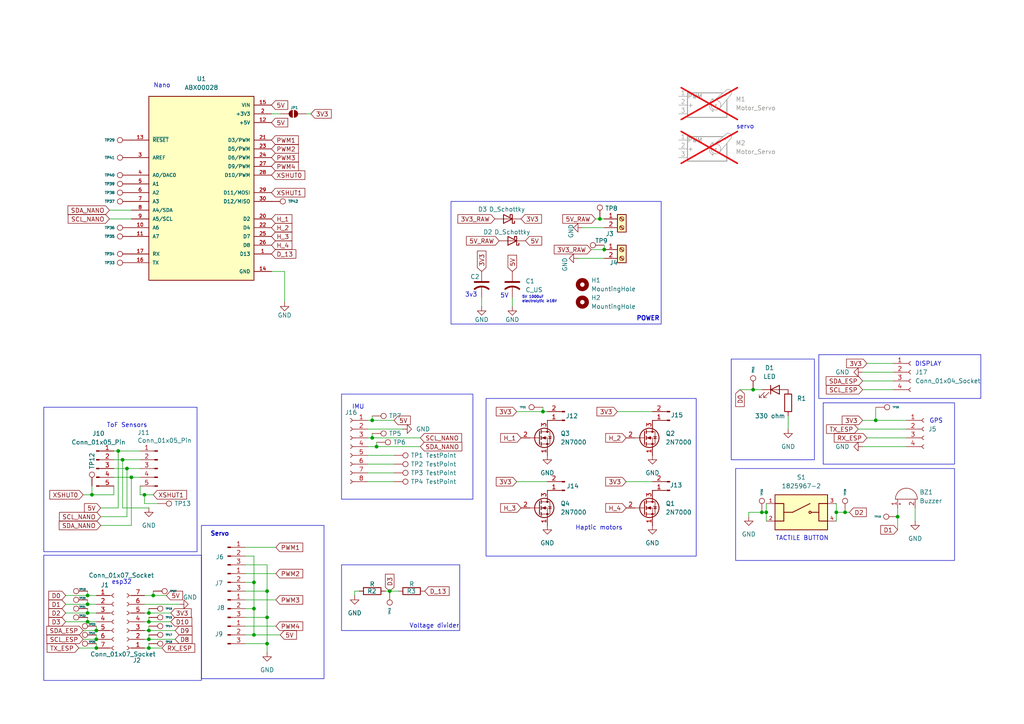
<source format=kicad_sch>
(kicad_sch (version 20250114) (generator "eeschema") (generator_version "9.0")
  (paper "A4")
  (rectangle (start 213.36 135.89) (end 276.86 162.56))
  (rectangle (start 12.7 161.036) (end 58.42 197.358))
  (rectangle (start 237.49 102.87) (end 284.48 115.57))
  (rectangle (start 130.81 58.42) (end 191.77 93.98))
  (rectangle (start 140.97 115.57) (end 201.93 161.29))
  (rectangle (start 212.09 104.14) (end 236.22 133.35))
  (rectangle (start 12.7 118.11) (end 57.15 160.02))
  (rectangle (start 99.06 163.83) (end 133.35 182.88))
  (rectangle (start 238.76 116.84) (end 276.86 134.62))
  (rectangle (start 99.06 114.3) (end 137.16 144.78))
  (rectangle (start 58.42 152.4) (end 93.98 196.85))
  (text "ToF Sensors" (at 36.83 123.444 0) (effects (font (size 1.27 1.27))))
  (text "GPS" (at 271.526 122.174 0) (effects (font (size 1.27 1.27))))
  (text "DISPLAY" (at 269.24 105.664 0) (effects (font (size 1.27 1.27))))
  (text "POWER" (at 187.96 92.456 0) (effects (font (size 1.27 1.27) (thickness 0.254) (bold yes))))
  (text "TACTILE BUTTON" (at 232.664 156.21 0) (effects (font (size 1.27 1.27))))
  (text "Nano" (at 46.99 24.892 0) (effects (font (size 1.27 1.27))))
  (text "Haptic motors" (at 173.736 153.162 0) (effects (font (size 1.27 1.27))))
  (text "esp32" (at 35.306 168.91 0) (effects (font (size 1.27 1.27))))
  (text "5V" (at 146.304 85.852 0) (effects (font (size 1.27 1.27))))
  (text "Servo" (at 63.754 154.94 0) (effects (font (size 1.27 1.27) (thickness 0.254) (bold yes))))
  (text "servo" (at 216.154 36.83 0) (effects (font (size 1.27 1.27))))
  (text "5V 1000uF \nelectrolytic ≥16V" (at 151.384 86.868 0) (effects (font (size 0.762 0.762)) (justify left)))
  (text "3v3" (at 136.652 85.598 0) (effects (font (size 1.27 1.27))))
  (text "Voltage divider" (at 125.984 181.61 0) (effects (font (size 1.27 1.27))))
  (text "IMU" (at 103.886 118.11 0) (effects (font (size 1.27 1.27))))
  (junction (at 218.44 113.03))
  (junction (at 41.91 143.51))
  (junction (at 107.95 121.92))
  (junction (at 260.35 149.86))
  (junction (at 242.57 148.59))
  (junction (at 43.18 182.88))
  (junction (at 73.66 168.91))
  (junction (at 175.26 72.39))
  (junction (at 26.67 143.51))
  (junction (at 27.94 185.42))
  (junction (at 25.4 180.34))
  (junction (at 245.11 148.59))
  (junction (at 254 121.92))
  (junction (at 25.4 177.8))
  (junction (at 43.18 180.34))
  (junction (at 27.94 187.96))
  (junction (at 73.66 184.15))
  (junction (at 77.47 186.69))
  (junction (at 36.83 135.89))
  (junction (at 27.94 182.88))
  (junction (at 44.45 172.72))
  (junction (at 43.18 185.42))
  (junction (at 35.56 133.35))
  (junction (at 25.4 175.26))
  (junction (at 157.48 119.38))
  (junction (at 220.98 148.59))
  (junction (at 107.95 127))
  (junction (at 38.1 138.43))
  (junction (at 43.18 177.8))
  (junction (at 34.29 130.81))
  (junction (at 173.99 63.5))
  (junction (at 43.18 187.96))
  (junction (at 109.22 129.54))
  (junction (at 222.25 148.59))
  (junction (at 77.47 171.45))
  (junction (at 73.66 176.53))
  (junction (at 77.47 179.07))
  (junction (at 113.03 171.45))
  (junction (at 25.4 172.72))
  (wire (pts (xy 41.91 143.51) (xy 40.64 143.51)))
  (wire (pts (xy 218.44 113.03) (xy 220.98 113.03)))
  (wire (pts (xy 217.17 148.59) (xy 220.98 148.59)))
  (wire (pts (xy 107.95 125.73) (xy 107.95 127)))
  (wire (pts (xy 107.95 127) (xy 106.68 127)))
  (wire (pts (xy 43.18 182.88) (xy 41.91 182.88)))
  (wire (pts (xy 44.45 143.51) (xy 41.91 143.51)))
  (wire (pts (xy 29.21 149.86) (xy 36.83 149.86)))
  (wire (pts (xy 71.12 173.99) (xy 80.01 173.99)))
  (wire (pts (xy 49.53 177.8) (xy 43.18 177.8)))
  (wire (pts (xy 36.83 135.89) (xy 40.64 135.89)))
  (wire (pts (xy 242.57 146.05) (xy 242.57 148.59)))
  (wire (pts (xy 106.68 134.62) (xy 114.3 134.62)))
  (wire (pts (xy 71.12 166.37) (xy 80.01 166.37)))
  (wire (pts (xy 73.66 168.91) (xy 71.12 168.91)))
  (wire (pts (xy 106.68 132.08) (xy 114.3 132.08)))
  (wire (pts (xy 29.21 152.4) (xy 38.1 152.4)))
  (wire (pts (xy 78.74 78.74) (xy 82.55 78.74)))
  (wire (pts (xy 114.3 121.92) (xy 107.95 121.92)))
  (wire (pts (xy 175.26 71.12) (xy 175.26 72.39)))
  (wire (pts (xy 250.19 129.54) (xy 262.89 129.54)))
  (wire (pts (xy 175.26 63.5) (xy 173.99 63.5)))
  (wire (pts (xy 222.25 148.59) (xy 222.25 151.13)))
  (wire (pts (xy 111.76 171.45) (xy 113.03 171.45)))
  (wire (pts (xy 73.66 184.15) (xy 81.28 184.15)))
  (wire (pts (xy 81.28 33.02) (xy 78.74 33.02)))
  (wire (pts (xy 222.25 146.05) (xy 222.25 148.59)))
  (wire (pts (xy 265.43 147.32) (xy 265.43 151.13)))
  (wire (pts (xy 175.26 66.04) (xy 168.91 66.04)))
  (wire (pts (xy 248.92 124.46) (xy 262.89 124.46)))
  (wire (pts (xy 73.66 161.29) (xy 73.66 168.91)))
  (wire (pts (xy 121.92 129.54) (xy 109.22 129.54)))
  (wire (pts (xy 217.17 148.59) (xy 217.17 149.86)))
  (wire (pts (xy 44.45 171.45) (xy 44.45 172.72)))
  (wire (pts (xy 25.4 177.8) (xy 27.94 177.8)))
  (wire (pts (xy 220.98 148.59) (xy 222.25 148.59)))
  (wire (pts (xy 19.05 177.8) (xy 25.4 177.8)))
  (wire (pts (xy 157.48 119.38) (xy 158.75 119.38)))
  (wire (pts (xy 26.67 140.97) (xy 26.67 143.51)))
  (wire (pts (xy 71.12 158.75) (xy 80.01 158.75)))
  (wire (pts (xy 31.75 63.5) (xy 38.1 63.5)))
  (wire (pts (xy 43.18 177.8) (xy 41.91 177.8)))
  (wire (pts (xy 260.35 149.86) (xy 260.35 153.67)))
  (wire (pts (xy 73.66 168.91) (xy 73.66 176.53)))
  (wire (pts (xy 44.45 172.72) (xy 41.91 172.72)))
  (wire (pts (xy 77.47 186.69) (xy 77.47 179.07)))
  (wire (pts (xy 260.35 147.32) (xy 260.35 149.86)))
  (wire (pts (xy 82.55 78.74) (xy 82.55 87.63)))
  (wire (pts (xy 43.18 179.07) (xy 43.18 180.34)))
  (wire (pts (xy 254 121.92) (xy 250.19 121.92)))
  (wire (pts (xy 19.05 175.26) (xy 25.4 175.26)))
  (wire (pts (xy 43.18 181.61) (xy 43.18 182.88)))
  (wire (pts (xy 45.72 146.05) (xy 41.91 146.05)))
  (wire (pts (xy 250.19 110.49) (xy 259.08 110.49)))
  (wire (pts (xy 242.57 148.59) (xy 242.57 151.13)))
  (wire (pts (xy 48.26 172.72) (xy 44.45 172.72)))
  (wire (pts (xy 29.21 147.32) (xy 34.29 147.32)))
  (wire (pts (xy 71.12 176.53) (xy 73.66 176.53)))
  (wire (pts (xy 251.46 105.41) (xy 259.08 105.41)))
  (wire (pts (xy 71.12 181.61) (xy 80.01 181.61)))
  (wire (pts (xy 35.56 133.35) (xy 40.64 133.35)))
  (wire (pts (xy 214.63 113.03) (xy 218.44 113.03)))
  (wire (pts (xy 25.4 175.26) (xy 27.94 175.26)))
  (wire (pts (xy 121.92 127) (xy 107.95 127)))
  (wire (pts (xy 116.84 124.46) (xy 106.68 124.46)))
  (wire (pts (xy 25.4 180.34) (xy 27.94 180.34)))
  (wire (pts (xy 77.47 163.83) (xy 77.47 171.45)))
  (wire (pts (xy 25.4 173.99) (xy 25.4 175.26)))
  (wire (pts (xy 149.86 119.38) (xy 157.48 119.38)))
  (wire (pts (xy 33.02 135.89) (xy 36.83 135.89)))
  (wire (pts (xy 31.75 60.96) (xy 38.1 60.96)))
  (wire (pts (xy 33.02 133.35) (xy 35.56 133.35)))
  (wire (pts (xy 34.29 130.81) (xy 40.64 130.81)))
  (wire (pts (xy 109.22 129.54) (xy 106.68 129.54)))
  (wire (pts (xy 33.02 130.81) (xy 34.29 130.81)))
  (wire (pts (xy 49.53 180.34) (xy 43.18 180.34)))
  (wire (pts (xy 24.13 143.51) (xy 26.67 143.51)))
  (wire (pts (xy 106.68 139.7) (xy 114.3 139.7)))
  (wire (pts (xy 36.83 135.89) (xy 36.83 149.86)))
  (wire (pts (xy 71.12 186.69) (xy 77.47 186.69)))
  (wire (pts (xy 43.18 184.15) (xy 43.18 185.42)))
  (wire (pts (xy 43.18 180.34) (xy 41.91 180.34)))
  (wire (pts (xy 25.4 171.45) (xy 25.4 172.72)))
  (wire (pts (xy 50.8 182.88) (xy 43.18 182.88)))
  (wire (pts (xy 107.95 120.65) (xy 107.95 121.92)))
  (wire (pts (xy 24.13 185.42) (xy 27.94 185.42)))
  (wire (pts (xy 113.03 171.45) (xy 115.57 171.45)))
  (wire (pts (xy 262.89 121.92) (xy 254 121.92)))
  (wire (pts (xy 27.94 186.69) (xy 27.94 187.96)))
  (wire (pts (xy 77.47 171.45) (xy 71.12 171.45)))
  (wire (pts (xy 33.02 140.97) (xy 33.02 143.51)))
  (wire (pts (xy 157.48 118.11) (xy 157.48 119.38)))
  (wire (pts (xy 254 118.11) (xy 254 121.92)))
  (wire (pts (xy 40.64 143.51) (xy 40.64 140.97)))
  (wire (pts (xy 242.57 148.59) (xy 245.11 148.59)))
  (wire (pts (xy 250.19 107.95) (xy 259.08 107.95)))
  (wire (pts (xy 26.67 143.51) (xy 33.02 143.51)))
  (wire (pts (xy 77.47 179.07) (xy 77.47 171.45)))
  (wire (pts (xy 107.95 121.92) (xy 106.68 121.92)))
  (wire (pts (xy 71.12 179.07) (xy 77.47 179.07)))
  (wire (pts (xy 27.94 181.61) (xy 27.94 182.88)))
  (wire (pts (xy 251.46 127) (xy 262.89 127)))
  (wire (pts (xy 102.87 171.45) (xy 102.87 172.72)))
  (wire (pts (xy 149.86 139.7) (xy 158.75 139.7)))
  (wire (pts (xy 245.11 148.59) (xy 246.38 148.59)))
  (wire (pts (xy 104.14 171.45) (xy 102.87 171.45)))
  (wire (pts (xy 43.18 185.42) (xy 41.91 185.42)))
  (wire (pts (xy 25.4 176.53) (xy 25.4 177.8)))
  (wire (pts (xy 50.8 185.42) (xy 43.18 185.42)))
  (wire (pts (xy 46.99 187.96) (xy 43.18 187.96)))
  (wire (pts (xy 19.05 172.72) (xy 25.4 172.72)))
  (wire (pts (xy 35.56 147.32) (xy 43.18 147.32)))
  (wire (pts (xy 71.12 161.29) (xy 73.66 161.29)))
  (wire (pts (xy 173.99 63.5) (xy 172.72 63.5)))
  (wire (pts (xy 38.1 138.43) (xy 40.64 138.43)))
  (wire (pts (xy 171.45 72.39) (xy 175.26 72.39)))
  (wire (pts (xy 167.64 74.93) (xy 175.26 74.93)))
  (wire (pts (xy 43.18 176.53) (xy 43.18 177.8)))
  (wire (pts (xy 228.6 120.65) (xy 228.6 124.46)))
  (wire (pts (xy 139.7 86.36) (xy 139.7 88.9)))
  (wire (pts (xy 73.66 176.53) (xy 73.66 184.15)))
  (wire (pts (xy 19.05 180.34) (xy 25.4 180.34)))
  (wire (pts (xy 24.13 182.88) (xy 27.94 182.88)))
  (wire (pts (xy 179.07 119.38) (xy 189.23 119.38)))
  (wire (pts (xy 71.12 184.15) (xy 73.66 184.15)))
  (wire (pts (xy 181.61 139.7) (xy 189.23 139.7)))
  (wire (pts (xy 38.1 138.43) (xy 38.1 152.4)))
  (wire (pts (xy 41.91 175.26) (xy 52.07 175.26)))
  (wire (pts (xy 43.18 187.96) (xy 41.91 187.96)))
  (wire (pts (xy 106.68 137.16) (xy 114.3 137.16)))
  (wire (pts (xy 25.4 172.72) (xy 27.94 172.72)))
  (wire (pts (xy 43.18 186.69) (xy 43.18 187.96)))
  (wire (pts (xy 25.4 179.07) (xy 25.4 180.34)))
  (wire (pts (xy 33.02 138.43) (xy 38.1 138.43)))
  (wire (pts (xy 22.86 187.96) (xy 27.94 187.96)))
  (wire (pts (xy 34.29 130.81) (xy 34.29 147.32)))
  (wire (pts (xy 41.91 146.05) (xy 41.91 143.51)))
  (wire (pts (xy 71.12 163.83) (xy 77.47 163.83)))
  (wire (pts (xy 35.56 133.35) (xy 35.56 147.32)))
  (wire (pts (xy 109.22 128.27) (xy 109.22 129.54)))
  (wire (pts (xy 148.59 86.36) (xy 148.59 88.9)))
  (wire (pts (xy 90.17 33.02) (xy 88.9 33.02)))
  (wire (pts (xy 27.94 184.15) (xy 27.94 185.42)))
  (wire (pts (xy 250.19 113.03) (xy 259.08 113.03)))
  (wire (pts (xy 77.47 189.23) (xy 77.47 186.69)))
  (global_label "TX_ESP" (shape input) (at 22.86 187.96 180) (property "Intersheetrefs" "${INTERSHEET_REFS}" (effects (hide yes))))
  (global_label "3V3_RAW" (shape input) (at 143.51 63.5 180) (property "Intersheetrefs" "${INTERSHEET_REFS}" (effects (hide yes))))
  (global_label "5V" (shape input) (at 148.59 78.74 90) (property "Intersheetrefs" "${INTERSHEET_REFS}" (effects (hide yes))))
  (global_label "H_2" (shape input) (at 181.61 127 180) (property "Intersheetrefs" "${INTERSHEET_REFS}" (effects (hide yes))))
  (global_label "3V3" (shape input) (at 251.46 105.41 180) (property "Intersheetrefs" "${INTERSHEET_REFS}" (effects (hide yes))))
  (global_label "3V3" (shape input) (at 181.61 139.7 180) (property "Intersheetrefs" "${INTERSHEET_REFS}" (effects (hide yes))))
  (global_label "D3" (shape input) (at 113.03 171.45 90) (property "Intersheetrefs" "${INTERSHEET_REFS}" (effects (hide yes))))
  (global_label "SDA_NANO" (shape input) (at 121.92 129.54 0) (property "Intersheetrefs" "${INTERSHEET_REFS}" (effects (hide yes))))
  (global_label "SDA_ESP" (shape input) (at 24.13 182.88 180) (property "Intersheetrefs" "${INTERSHEET_REFS}" (effects (hide yes))))
  (global_label "XSHUT1" (shape input) (at 44.45 143.51 0) (property "Intersheetrefs" "${INTERSHEET_REFS}" (effects (hide yes))))
  (global_label "3V3" (shape input) (at 49.53 177.8 0) (property "Intersheetrefs" "${INTERSHEET_REFS}" (effects (hide yes))))
  (global_label "3V3" (shape input) (at 151.13 63.5 0) (property "Intersheetrefs" "${INTERSHEET_REFS}" (effects (hide yes))))
  (global_label "H_2" (shape input) (at 78.74 66.04 0) (property "Intersheetrefs" "${INTERSHEET_REFS}" (effects (hide yes))))
  (global_label "5V" (shape input) (at 78.74 30.48 0) (property "Intersheetrefs" "${INTERSHEET_REFS}" (effects (hide yes))))
  (global_label "SCL_NANO" (shape input) (at 121.92 127 0) (property "Intersheetrefs" "${INTERSHEET_REFS}" (effects (hide yes))))
  (global_label "SCL_ESP" (shape input) (at 250.19 113.03 180) (property "Intersheetrefs" "${INTERSHEET_REFS}" (effects (hide yes))))
  (global_label "D_13" (shape input) (at 123.19 171.45 0) (property "Intersheetrefs" "${INTERSHEET_REFS}" (effects (hide yes))))
  (global_label "3V3" (shape input) (at 149.86 119.38 180) (property "Intersheetrefs" "${INTERSHEET_REFS}" (effects (hide yes))))
  (global_label "3V3" (shape input) (at 149.86 139.7 180) (property "Intersheetrefs" "${INTERSHEET_REFS}" (effects (hide yes))))
  (global_label "SCL_ESP" (shape input) (at 24.13 185.42 180) (property "Intersheetrefs" "${INTERSHEET_REFS}" (effects (hide yes))))
  (global_label "5V_RAW" (shape input) (at 144.78 69.85 180) (property "Intersheetrefs" "${INTERSHEET_REFS}" (effects (hide yes))))
  (global_label "PWM2" (shape input) (at 80.01 166.37 0) (property "Intersheetrefs" "${INTERSHEET_REFS}" (effects (hide yes))))
  (global_label "PWM1" (shape input) (at 78.74 40.64 0) (property "Intersheetrefs" "${INTERSHEET_REFS}" (effects (hide yes))))
  (global_label "3V3" (shape input) (at 179.07 119.38 180) (property "Intersheetrefs" "${INTERSHEET_REFS}" (effects (hide yes))))
  (global_label "SDA_NANO" (shape input) (at 31.75 60.96 180) (property "Intersheetrefs" "${INTERSHEET_REFS}" (effects (hide yes))))
  (global_label "RX_ESP" (shape input) (at 251.46 127 180) (property "Intersheetrefs" "${INTERSHEET_REFS}" (effects (hide yes))))
  (global_label "5V" (shape input) (at 114.3 121.92 0) (property "Intersheetrefs" "${INTERSHEET_REFS}" (effects (hide yes))))
  (global_label "H_3" (shape input) (at 151.13 147.32 180) (property "Intersheetrefs" "${INTERSHEET_REFS}" (effects (hide yes))))
  (global_label "PWM3" (shape input) (at 80.01 173.99 0) (property "Intersheetrefs" "${INTERSHEET_REFS}" (effects (hide yes))))
  (global_label "XSHUT0" (shape input) (at 78.74 50.8 0) (property "Intersheetrefs" "${INTERSHEET_REFS}" (effects (hide yes))))
  (global_label "PWM3" (shape input) (at 78.74 45.72 0) (property "Intersheetrefs" "${INTERSHEET_REFS}" (effects (hide yes))))
  (global_label "5V" (shape input) (at 152.4 69.85 0) (property "Intersheetrefs" "${INTERSHEET_REFS}" (effects (hide yes))))
  (global_label "D2" (shape input) (at 19.05 177.8 180) (property "Intersheetrefs" "${INTERSHEET_REFS}" (effects (hide yes))))
  (global_label "D10" (shape input) (at 49.53 180.34 0) (property "Intersheetrefs" "${INTERSHEET_REFS}" (effects (hide yes))))
  (global_label "D9" (shape input) (at 50.8 182.88 0) (property "Intersheetrefs" "${INTERSHEET_REFS}" (effects (hide yes))))
  (global_label "D0" (shape input) (at 19.05 172.72 180) (property "Intersheetrefs" "${INTERSHEET_REFS}" (effects (hide yes))))
  (global_label "5V" (shape input) (at 78.74 35.56 0) (property "Intersheetrefs" "${INTERSHEET_REFS}" (effects (hide yes))))
  (global_label "PWM4" (shape input) (at 78.74 48.26 0) (property "Intersheetrefs" "${INTERSHEET_REFS}" (effects (hide yes))))
  (global_label "5V" (shape input) (at 81.28 184.15 0) (property "Intersheetrefs" "${INTERSHEET_REFS}" (effects (hide yes))))
  (global_label "H_3" (shape input) (at 78.74 68.58 0) (property "Intersheetrefs" "${INTERSHEET_REFS}" (effects (hide yes))))
  (global_label "D2" (shape input) (at 246.38 148.59 0) (property "Intersheetrefs" "${INTERSHEET_REFS}" (effects (hide yes))))
  (global_label "SCL_NANO" (shape input) (at 31.75 63.5 180) (property "Intersheetrefs" "${INTERSHEET_REFS}" (effects (hide yes))))
  (global_label "5V" (shape input) (at 48.26 172.72 0) (property "Intersheetrefs" "${INTERSHEET_REFS}" (effects (hide yes))))
  (global_label "PWM2" (shape input) (at 78.74 43.18 0) (property "Intersheetrefs" "${INTERSHEET_REFS}" (effects (hide yes))))
  (global_label "3V3" (shape input) (at 90.17 33.02 0) (property "Intersheetrefs" "${INTERSHEET_REFS}" (effects (hide yes))))
  (global_label "5V" (shape input) (at 29.21 147.32 180) (property "Intersheetrefs" "${INTERSHEET_REFS}" (effects (hide yes))))
  (global_label "RX_ESP" (shape input) (at 46.99 187.96 0) (property "Intersheetrefs" "${INTERSHEET_REFS}" (effects (hide yes))))
  (global_label "H_1" (shape input) (at 78.74 63.5 0) (property "Intersheetrefs" "${INTERSHEET_REFS}" (effects (hide yes))))
  (global_label "H_4" (shape input) (at 78.74 71.12 0) (property "Intersheetrefs" "${INTERSHEET_REFS}" (effects (hide yes))))
  (global_label "3V3" (shape input) (at 139.7 78.74 90) (property "Intersheetrefs" "${INTERSHEET_REFS}" (effects (hide yes))))
  (global_label "3V3_RAW" (shape input) (at 171.45 72.39 180) (property "Intersheetrefs" "${INTERSHEET_REFS}" (effects (hide yes))))
  (global_label "5V_RAW" (shape input) (at 172.72 63.5 180) (property "Intersheetrefs" "${INTERSHEET_REFS}" (effects (hide yes))))
  (global_label "D0" (shape input) (at 214.63 113.03 270) (property "Intersheetrefs" "${INTERSHEET_REFS}" (effects (hide yes))))
  (global_label "PWM1" (shape input) (at 80.01 158.75 0) (property "Intersheetrefs" "${INTERSHEET_REFS}" (effects (hide yes))))
  (global_label "H_1" (shape input) (at 151.13 127 180) (property "Intersheetrefs" "${INTERSHEET_REFS}" (effects (hide yes))))
  (global_label "SCL_NANO" (shape input) (at 29.21 149.86 180) (property "Intersheetrefs" "${INTERSHEET_REFS}" (effects (hide yes))))
  (global_label "D_13" (shape input) (at 78.74 73.66 0) (property "Intersheetrefs" "${INTERSHEET_REFS}" (effects (hide yes))))
  (global_label "D1" (shape input) (at 260.35 153.67 180) (property "Intersheetrefs" "${INTERSHEET_REFS}" (effects (hide yes))))
  (global_label "SDA_NANO" (shape input) (at 29.21 152.4 180) (property "Intersheetrefs" "${INTERSHEET_REFS}" (effects (hide yes))))
  (global_label "D3" (shape input) (at 19.05 180.34 180) (property "Intersheetrefs" "${INTERSHEET_REFS}" (effects (hide yes))))
  (global_label "H_4" (shape input) (at 181.61 147.32 180) (property "Intersheetrefs" "${INTERSHEET_REFS}" (effects (hide yes))))
  (global_label "XSHUT0" (shape input) (at 24.13 143.51 180) (property "Intersheetrefs" "${INTERSHEET_REFS}" (effects (hide yes))))
  (global_label "D8" (shape input) (at 50.8 185.42 0) (property "Intersheetrefs" "${INTERSHEET_REFS}" (effects (hide yes))))
  (global_label "SDA_ESP" (shape input) (at 250.19 110.49 180) (property "Intersheetrefs" "${INTERSHEET_REFS}" (effects (hide yes))))
  (global_label "XSHUT1" (shape input) (at 78.74 55.88 0) (property "Intersheetrefs" "${INTERSHEET_REFS}" (effects (hide yes))))
  (global_label "3V3" (shape input) (at 250.19 121.92 180) (property "Intersheetrefs" "${INTERSHEET_REFS}" (effects (hide yes))))
  (global_label "TX_ESP" (shape input) (at 248.92 124.46 180) (property "Intersheetrefs" "${INTERSHEET_REFS}" (effects (hide yes))))
  (global_label "D1" (shape input) (at 19.05 175.26 180) (property "Intersheetrefs" "${INTERSHEET_REFS}" (effects (hide yes))))
  (global_label "PWM4" (shape input) (at 80.01 181.61 0) (property "Intersheetrefs" "${INTERSHEET_REFS}" (effects (hide yes))))
  (symbol (lib_id "power:GND") (at 148.59 88.9 0) (unit 1)
    (property "Reference" "#PWR018" (effects (hide yes)))
    (property "Value" "GND" (at 148.59 92.71 0))
    (property "Description" "Power symbol creates a global label with name \"GND\" , ground" (effects (hide yes)))
  )
  (symbol (lib_id "Connector:TestPoint") (at 25.4 171.45 90) (unit 1)
    (property "Reference" "TP19" (at 24.892 170.942 90) (effects (font (size 0.508 0.508)) (justify left)))
    (property "Value" "TestPoint" (effects (hide yes)))
    (property "Footprint" "TestPoint:TestPoint_Pad_1.0x1.0mm" (effects (hide yes)))
    (property "Description" "test point" (effects (hide yes)))
  )
  (symbol (lib_id "power:GND") (at 168.91 66.04 270) (unit 1)
    (property "Reference" "#PWR06" (effects (hide yes)))
    (property "Value" "GND" (at 165.608 67.056 0))
    (property "Description" "Power symbol creates a global label with name \"GND\" , ground" (effects (hide yes)))
  )
  (symbol (lib_id "Connector:TestPoint") (at 25.4 179.07 90) (unit 1)
    (property "Reference" "TP22" (at 24.892 178.562 90) (effects (font (size 0.508 0.508)) (justify left)))
    (property "Value" "TestPoint" (effects (hide yes)))
    (property "Footprint" "TestPoint:TestPoint_Pad_1.0x1.0mm" (effects (hide yes)))
    (property "Description" "test point" (effects (hide yes)))
  )
  (symbol (lib_id "Connector:TestPoint") (at 254 118.11 270) (unit 1)
    (property "Reference" "TP30" (at 258.826 118.11 90) (effects (font (size 0.508 0.508)) (justify left)))
    (property "Value" "TestPoint" (effects (hide yes)))
    (property "Footprint" "TestPoint:TestPoint_Pad_1.0x1.0mm" (effects (hide yes)))
    (property "Description" "test point" (effects (hide yes)))
  )
  (symbol (lib_id "Connector:TestPoint") (at 260.35 149.86 90) (unit 1)
    (property "Reference" "TP10" (at 255.524 149.86 90) (effects (font (size 0.508 0.508)) (justify left)))
    (property "Value" "TestPoint" (effects (hide yes)))
    (property "Footprint" "TestPoint:TestPoint_Pad_1.0x1.0mm" (effects (hide yes)))
    (property "Description" "test point" (effects (hide yes)))
  )
  (symbol (lib_id "Connector:TestPoint") (at 173.99 63.5 0) (unit 1)
    (property "Reference" "TP8" (at 175.514 60.452 0) (effects (justify left)))
    (property "Value" "TestPoint" (effects (hide yes)))
    (property "Footprint" "TestPoint:TestPoint_Pad_1.0x1.0mm" (effects (hide yes)))
    (property "Description" "test point" (effects (hide yes)))
  )
  (symbol (lib_id "Connector:TestPoint") (at 43.18 181.61 270) (unit 1)
    (property "Reference" "TP14" (at 48.006 181.61 90) (effects (font (size 0.508 0.508)) (justify left)))
    (property "Value" "TestPoint" (effects (hide yes)))
    (property "Footprint" "TestPoint:TestPoint_Pad_1.0x1.0mm" (effects (hide yes)))
    (property "Description" "test point" (effects (hide yes)))
  )
  (symbol (lib_id "Connector:TestPoint") (at 175.26 71.12 90) (unit 1)
    (property "Reference" "TP9" (at 176.276 69.85 90) (effects (justify left)))
    (property "Value" "TestPoint" (effects (hide yes)))
    (property "Footprint" "TestPoint:TestPoint_Pad_1.0x1.0mm" (effects (hide yes)))
    (property "Description" "test point" (effects (hide yes)))
  )
  (symbol (lib_id "Connector:TestPoint") (at 218.44 113.03 0) (unit 1)
    (property "Reference" "TP11" (at 218.44 108.204 90) (effects (font (size 0.508 0.508)) (justify left)))
    (property "Value" "TestPoint" (effects (hide yes)))
    (property "Footprint" "TestPoint:TestPoint_Pad_1.0x1.0mm" (effects (hide yes)))
    (property "Description" "test point" (effects (hide yes)))
  )
  (symbol (lib_id "power:GND") (at 228.6 124.46 0) (unit 1)
    (property "Reference" "#PWR09" (effects (hide yes)))
    (property "Value" "GND" (at 228.6 129.54 0))
    (property "Description" "Power symbol creates a global label with name \"GND\" , ground" (effects (hide yes)))
  )
  (symbol (lib_id "Connector:TestPoint") (at 114.3 132.08 270) (unit 1)
    (property "Reference" "TP1" (at 119.126 132.08 90) (effects (justify left)))
    (property "Value" "TestPoint" (at 123.444 132.08 90) (effects (justify left)))
    (property "Footprint" "TestPoint:TestPoint_Pad_1.0x1.0mm" (effects (hide yes)))
    (property "Description" "test point" (effects (hide yes)))
  )
  (symbol (lib_id "Connector:Conn_01x02_Pin") (at 163.83 142.24 180) (unit 1)
    (property "Reference" "J14" (at 166.116 140.97 0))
    (property "Value" "Conn_01x02_Pin" (effects (hide yes)))
    (property "Footprint" "Connector_PinHeader_2.54mm:PinHeader_1x02_P2.54mm_Vertical" (effects (hide yes)))
    (property "Description" "Generic connector, single row, 01x02, script generated" (effects (hide yes)))
  )
  (symbol (lib_id "Connector:Conn_01x02_Pin") (at 194.31 142.24 180) (unit 1)
    (property "Reference" "J13" (at 196.088 140.716 0))
    (property "Value" "Conn_01x02_Pin" (effects (hide yes)))
    (property "Footprint" "Connector_PinHeader_2.54mm:PinHeader_1x02_P2.54mm_Vertical" (effects (hide yes)))
    (property "Description" "Generic connector, single row, 01x02, script generated" (effects (hide yes)))
  )
  (symbol (lib_id "Motor:Motor_Servo") (at 204.47 43.18 0) (unit 1) (in_bom no) (on_board no) (dnp yes)
    (property "Reference" "M2" (at 213.36 41.4768 0) (effects (justify left)))
    (property "Value" "Motor_Servo" (at 213.36 44.0168 0) (effects (justify left)))
    (property "Footprint" "MountingHole:MountingHole_8.4mm_M8_Pad_TopOnly" (effects (hide yes)))
    (property "Datasheet" "http://forums.parallax.com/uploads/attachments/46831/74481.png" (effects (hide yes)))
    (property "Description" "Servo Motor (Futaba, HiTec, JR connector)" (effects (hide yes)))
  )
  (symbol (lib_id "power:GND") (at 158.75 152.4 0) (unit 1)
    (property "Reference" "#PWR013" (effects (hide yes)))
    (property "Value" "GND" (at 158.75 157.48 0))
    (property "Description" "Power symbol creates a global label with name \"GND\" , ground" (effects (hide yes)))
  )
  (symbol (lib_id "Device:D_Schottky") (at 148.59 69.85 180) (unit 1)
    (property "Reference" "D2" (at 141.478 67.31 0))
    (property "Value" "D_Schottky" (at 148.59 67.31 0))
    (property "Footprint" "Diode_THT:D_5W_P5.08mm_Vertical_KathodeUp" (effects (hide yes)))
    (property "Description" "Schottky diode" (effects (hide yes)))
  )
  (symbol (lib_id "Transistor_FET:2N7000") (at 186.69 147.32 0) (unit 1)
    (property "Reference" "Q1" (at 193.04 146.0499 0) (effects (justify left)))
    (property "Value" "2N7000" (at 193.04 148.5899 0) (effects (justify left)))
    (property "Footprint" "Package_TO_SOT_THT:TO-92_Inline" (effects (hide yes)))
    (property "Datasheet" "https://www.vishay.com/docs/70226/70226.pdf" (effects (hide yes)))
    (property "Description" "0.2A Id, 200V Vds, N-Channel MOSFET, 2.6V Logic Level, TO-92" (effects (hide yes)))
  )
  (symbol (lib_id "Connector:TestPoint") (at 38.1 53.34 90) (unit 1)
    (property "Reference" "TP39" (at 33.274 53.34 90) (effects (font (size 0.762 0.762)) (justify left)))
    (property "Value" "TestPoint" (effects (hide yes)))
    (property "Footprint" "TestPoint:TestPoint_Pad_1.0x1.0mm" (effects (hide yes)))
    (property "Description" "test point" (effects (hide yes)))
  )
  (symbol (lib_id "Connector:TestPoint") (at 157.48 118.11 90) (unit 1)
    (property "Reference" "TP31" (at 152.654 118.11 90) (effects (font (size 0.508 0.508)) (justify left)))
    (property "Value" "TestPoint" (effects (hide yes)))
    (property "Footprint" "TestPoint:TestPoint_Pad_1.0x1.0mm" (effects (hide yes)))
    (property "Description" "test point" (effects (hide yes)))
  )
  (symbol (lib_id "Connector:Conn_01x02_Pin") (at 163.83 121.92 180) (unit 1)
    (property "Reference" "J12" (at 165.862 120.65 0))
    (property "Value" "Conn_01x02_Pin" (effects (hide yes)))
    (property "Footprint" "Connector_PinHeader_2.54mm:PinHeader_1x02_P2.54mm_Vertical" (effects (hide yes)))
    (property "Description" "Generic connector, single row, 01x02, script generated" (effects (hide yes)))
  )
  (symbol (lib_id "power:GND") (at 139.7 88.9 0) (unit 1)
    (property "Reference" "#PWR017" (effects (hide yes)))
    (property "Value" "GND" (at 139.7 92.71 0))
    (property "Description" "Power symbol creates a global label with name \"GND\" , ground" (effects (hide yes)))
  )
  (symbol (lib_id "Device:Buzzer") (at 262.89 144.78 90) (unit 1)
    (property "Reference" "BZ1" (at 266.7 142.7548 90) (effects (justify right)))
    (property "Value" "Buzzer" (at 266.7 145.2948 90) (effects (justify right)))
    (property "Footprint" "Buzzer_Beeper:Buzzer_12x9.5RM7.6" (effects (hide yes)))
    (property "Description" "Buzzer, polarized" (effects (hide yes)))
  )
  (symbol (lib_id "Connector:TestPoint") (at 25.4 176.53 90) (unit 1)
    (property "Reference" "TP21" (at 24.892 176.022 90) (effects (font (size 0.508 0.508)) (justify left)))
    (property "Value" "TestPoint" (effects (hide yes)))
    (property "Footprint" "TestPoint:TestPoint_Pad_1.0x1.0mm" (effects (hide yes)))
    (property "Description" "test point" (effects (hide yes)))
  )
  (symbol (lib_id "Device:LED") (at 224.79 113.03 0) (unit 1)
    (property "Reference" "D1" (at 223.2025 106.68 0))
    (property "Value" "LED" (at 223.2025 109.22 0))
    (property "Footprint" "LED_THT:LED_D5.0mm" (effects (hide yes)))
    (property "Description" "Light emitting diode" (effects (hide yes)))
    (property "Sim.Pins" "1=K 2=A" (effects (hide yes)))
  )
  (symbol (lib_id "power:GND") (at 158.75 132.08 0) (unit 1)
    (property "Reference" "#PWR011" (effects (hide yes)))
    (property "Value" "GND" (at 158.75 137.16 0))
    (property "Description" "Power symbol creates a global label with name \"GND\" , ground" (effects (hide yes)))
  )
  (symbol (lib_id "power:GND") (at 189.23 132.08 0) (unit 1)
    (property "Reference" "#PWR012" (effects (hide yes)))
    (property "Value" "GND" (at 189.23 137.16 0))
    (property "Description" "Power symbol creates a global label with name \"GND\" , ground" (effects (hide yes)))
  )
  (symbol (lib_id "Connector:Conn_01x03_Pin") (at 66.04 184.15 0) (unit 1)
    (property "Reference" "J9" (at 63.5 183.896 0))
    (property "Value" "Conn_01x03_Pin" (effects (hide yes)))
    (property "Footprint" "Connector_PinHeader_2.54mm:PinHeader_1x03_P2.54mm_Vertical" (effects (hide yes)))
    (property "Description" "Generic connector, single row, 01x03, script generated" (effects (hide yes)))
  )
  (symbol (lib_id "Transistor_FET:2N7000") (at 156.21 127 0) (unit 1)
    (property "Reference" "Q3" (at 162.56 125.7299 0) (effects (justify left)))
    (property "Value" "2N7000" (at 162.56 128.2699 0) (effects (justify left)))
    (property "Footprint" "Package_TO_SOT_THT:TO-92_Inline" (effects (hide yes)))
    (property "Datasheet" "https://www.vishay.com/docs/70226/70226.pdf" (effects (hide yes)))
    (property "Description" "0.2A Id, 200V Vds, N-Channel MOSFET, 2.6V Logic Level, TO-92" (effects (hide yes)))
  )
  (symbol (lib_id "Connector:TestPoint") (at 26.67 140.97 0) (unit 1)
    (property "Reference" "TP12" (at 26.67 136.144 90) (effects (justify left)))
    (property "Value" "TestPoint" (effects (hide yes)))
    (property "Footprint" "TestPoint:TestPoint_Pad_1.0x1.0mm" (effects (hide yes)))
    (property "Description" "test point" (effects (hide yes)))
  )
  (symbol (lib_id "Connector:TestPoint") (at 27.94 181.61 90) (unit 1)
    (property "Reference" "TP23" (at 27.686 181.102 90) (effects (font (size 0.508 0.508)) (justify left)))
    (property "Value" "TestPoint" (effects (hide yes)))
    (property "Footprint" "TestPoint:TestPoint_Pad_1.0x1.0mm" (effects (hide yes)))
    (property "Description" "test point" (effects (hide yes)))
  )
  (symbol (lib_id "Connector:TestPoint") (at 43.18 176.53 270) (unit 1)
    (property "Reference" "TP16" (at 48.006 176.53 90) (effects (font (size 0.508 0.508)) (justify left)))
    (property "Value" "TestPoint" (effects (hide yes)))
    (property "Footprint" "TestPoint:TestPoint_Pad_1.0x1.0mm" (effects (hide yes)))
    (property "Description" "test point" (effects (hide yes)))
  )
  (symbol (lib_id "1825967-2:1825967-2") (at 232.41 148.59 0) (unit 1)
    (property "Reference" "S1" (at 232.41 138.43 0))
    (property "Value" "1825967-2" (at 232.41 140.97 0))
    (property "Footprint" "Tactile button:SW_1825967-2" (effects (hide yes)))
    (property "COMMENT" "1825967-2" (effects (hide yes)))
    (property "Comment" "1825967-2" (effects (hide yes)))
    (property "MF" "TE Connectivity" (effects (hide yes)))
    (property "DESCRIPTION" "Switch Tactile OFF (ON) SPST Round Button PC Pins 0.05A 24VDC 1.57N Thru-Hole" (effects (hide yes)))
    (property "PACKAGE" "None" (effects (hide yes)))
    (property "PRICE" "None" (effects (hide yes)))
    (property "Package" "None" (effects (hide yes)))
    (property "Check_prices" "https://www.snapeda.com/parts/1825967-2/TE+Connectivity/view-part/?ref=eda" (effects (hide yes)))
    (property "Description_1" "Switch Tactile N.O. SPST Square Button PC Pins 0.05A 24VDC 500000Cycle 1.6N Thru-Hole" (effects (hide yes)))
    (property "SnapEDA_Link" "https://www.snapeda.com/parts/1825967-2/TE+Connectivity/view-part/?ref=snap" (effects (hide yes)))
    (property "MP" "1825967-2" (effects (hide yes)))
    (property "EU_RoHS_Compliance" "Compliant" (effects (hide yes)))
    (property "Price" "None" (effects (hide yes)))
    (property "EU_ROHS_COMPLIANCE" "Compliant" (effects (hide yes)))
    (property "Availability" "In Stock" (effects (hide yes)))
    (property "AVAILABILITY" "In Stock" (effects (hide yes)))
    (property "PURCHASE-URL" "https://pricing.snapeda.com/search/part/1825967-2/?ref=eda" (effects (hide yes)))
  )
  (symbol (lib_id "power:GND") (at 217.17 149.86 0) (unit 1)
    (property "Reference" "#PWR02" (effects (hide yes)))
    (property "Value" "GND" (at 217.17 154.94 0))
    (property "Description" "Power symbol creates a global label with name \"GND\" , ground" (effects (hide yes)))
  )
  (symbol (lib_id "Connector:Conn_01x03_Pin") (at 66.04 161.29 0) (unit 1)
    (property "Reference" "J6" (at 63.754 161.544 0))
    (property "Value" "Conn_01x03_Pin" (effects (hide yes)))
    (property "Footprint" "Connector_PinHeader_2.54mm:PinHeader_1x03_P2.54mm_Vertical" (effects (hide yes)))
    (property "Description" "Generic connector, single row, 01x03, script generated" (effects (hide yes)))
  )
  (symbol (lib_id "power:GND") (at 265.43 151.13 0) (unit 1)
    (property "Reference" "#PWR03" (effects (hide yes)))
    (property "Value" "GND" (at 265.43 156.21 0))
    (property "Description" "Power symbol creates a global label with name \"GND\" , ground" (effects (hide yes)))
  )
  (symbol (lib_id "Connector:TestPoint") (at 38.1 50.8 90) (unit 1)
    (property "Reference" "TP40" (at 33.274 50.8 90) (effects (font (size 0.762 0.762)) (justify left)))
    (property "Value" "TestPoint" (effects (hide yes)))
    (property "Footprint" "TestPoint:TestPoint_Pad_1.0x1.0mm" (effects (hide yes)))
    (property "Description" "test point" (effects (hide yes)))
  )
  (symbol (lib_id "Connector:Screw_Terminal_01x02") (at 180.34 63.5 0) (unit 1)
    (property "Reference" "J3" (at 178.054 67.818 0) (effects (justify right)))
    (property "Value" "Screw_Terminal_01x02" (effects (hide yes)))
    (property "Footprint" "TerminalBlock:TerminalBlock_MaiXu_MX126-5.0-02P_1x02_P5.00mm" (effects (hide yes)))
    (property "Description" "Generic screw terminal, single row, 01x02, script generated (kicad-library-utils/schlib/autogen/connector/)" (effects (hide yes)))
  )
  (symbol (lib_id "Connector:TestPoint") (at 38.1 66.04 90) (unit 1)
    (property "Reference" "TP36" (at 33.274 66.04 90) (effects (font (size 0.762 0.762)) (justify left)))
    (property "Value" "TestPoint" (effects (hide yes)))
    (property "Footprint" "TestPoint:TestPoint_Pad_1.0x1.0mm" (effects (hide yes)))
    (property "Description" "test point" (effects (hide yes)))
  )
  (symbol (lib_id "Connector:TestPoint") (at 107.95 125.73 270) (unit 1)
    (property "Reference" "TP5" (at 112.776 125.73 90) (effects (justify left)))
    (property "Value" "TestPoint" (effects (hide yes)))
    (property "Footprint" "TestPoint:TestPoint_Pad_1.0x1.0mm" (effects (hide yes)))
    (property "Description" "test point" (effects (hide yes)))
  )
  (symbol (lib_id "Device:C_US") (at 139.7 82.55 0) (unit 1)
    (property "Reference" "C2" (at 136.398 80.264 0) (effects (justify left)))
    (property "Value" "C_US" (effects (hide yes)))
    (property "Footprint" "Capacitor_THT:C_Radial_D6.3mm_H11.0mm_P2.50mm" (effects (hide yes)))
    (property "Description" "capacitor, US symbol" (effects (hide yes)))
  )
  (symbol (lib_id "Connector:TestPoint") (at 38.1 45.72 90) (unit 1)
    (property "Reference" "TP41" (at 33.274 45.72 90) (effects (font (size 0.762 0.762)) (justify left)))
    (property "Value" "TestPoint" (effects (hide yes)))
    (property "Footprint" "TestPoint:TestPoint_Pad_1.0x1.0mm" (effects (hide yes)))
    (property "Description" "test point" (effects (hide yes)))
  )
  (symbol (lib_id "Connector:TestPoint") (at 113.03 171.45 180) (unit 1)
    (property "Reference" "TP43" (at 113.03 176.276 90) (effects (font (size 0.508 0.508)) (justify left)))
    (property "Value" "TestPoint" (effects (hide yes)))
    (property "Footprint" "TestPoint:TestPoint_Pad_1.0x1.0mm" (effects (hide yes)))
    (property "Description" "test point" (effects (hide yes)))
  )
  (symbol (lib_id "power:GND") (at 52.07 175.26 90) (unit 1)
    (property "Reference" "#PWR01" (effects (hide yes)))
    (property "Value" "GND" (at 55.118 173.228 90))
    (property "Description" "Power symbol creates a global label with name \"GND\" , ground" (effects (hide yes)))
  )
  (symbol (lib_id "Connector:TestPoint") (at 38.1 58.42 90) (unit 1)
    (property "Reference" "TP37" (at 33.274 58.42 90) (effects (font (size 0.762 0.762)) (justify left)))
    (property "Value" "TestPoint" (effects (hide yes)))
    (property "Footprint" "TestPoint:TestPoint_Pad_1.0x1.0mm" (effects (hide yes)))
    (property "Description" "test point" (effects (hide yes)))
  )
  (symbol (lib_id "Device:R") (at 107.95 171.45 90) (unit 1)
    (property "Reference" "R2" (at 109.22 171.45 90) (effects (justify left)))
    (property "Value" "R" (at 108.712 169.418 90) (effects (justify left)))
    (property "Footprint" "Resistor_THT:R_Axial_DIN0204_L3.6mm_D1.6mm_P2.54mm_Vertical" (effects (hide yes)))
    (property "Description" "Resistor" (effects (hide yes)))
  )
  (symbol (lib_id "Connector:Conn_01x04_Socket") (at 267.97 124.46 0) (unit 1)
    (property "Reference" "J5" (at 269.24 124.4599 0) (effects (justify left)))
    (property "Value" "Conn_01x04_Socket" (effects (hide yes)))
    (property "Footprint" "Connector_PinHeader_2.54mm:PinHeader_1x04_P2.54mm_Vertical" (effects (hide yes)))
    (property "Description" "Generic connector, single row, 01x04, script generated" (effects (hide yes)))
  )
  (symbol (lib_id "Connector:TestPoint") (at 44.45 171.45 270) (unit 1)
    (property "Reference" "TP27" (at 49.276 171.45 90) (effects (font (size 0.508 0.508)) (justify left)))
    (property "Value" "TestPoint" (effects (hide yes)))
    (property "Footprint" "TestPoint:TestPoint_Pad_1.0x1.0mm" (effects (hide yes)))
    (property "Description" "test point" (effects (hide yes)))
  )
  (symbol (lib_id "power:GND") (at 116.84 124.46 90) (unit 1)
    (property "Reference" "#PWR08" (effects (hide yes)))
    (property "Value" "GND" (at 120.65 124.4599 90) (effects (justify right)))
    (property "Description" "Power symbol creates a global label with name \"GND\" , ground" (effects (hide yes)))
  )
  (symbol (lib_id "Connector:Conn_01x03_Pin") (at 66.04 168.91 0) (unit 1)
    (property "Reference" "J7" (at 63.5 169.164 0))
    (property "Value" "Conn_01x03_Pin" (effects (hide yes)))
    (property "Footprint" "Connector_PinHeader_2.54mm:PinHeader_1x03_P2.54mm_Vertical" (effects (hide yes)))
    (property "Description" "Generic connector, single row, 01x03, script generated" (effects (hide yes)))
  )
  (symbol (lib_id "Connector:Conn_01x03_Pin") (at 66.04 176.53 0) (unit 1)
    (property "Reference" "J8" (at 64.008 176.276 0))
    (property "Value" "Conn_01x03_Pin" (effects (hide yes)))
    (property "Footprint" "Connector_PinHeader_2.54mm:PinHeader_1x03_P2.54mm_Vertical" (effects (hide yes)))
    (property "Description" "Generic connector, single row, 01x03, script generated" (effects (hide yes)))
  )
  (symbol (lib_id "Mechanical:MountingHole") (at 168.91 82.55 0) (unit 1) (in_bom no)
    (property "Reference" "H1" (at 171.45 81.2799 0) (effects (justify left)))
    (property "Value" "MountingHole" (at 171.45 83.8199 0) (effects (justify left)))
    (property "Footprint" "MountingHole:MountingHole_2.7mm_M2.5" (effects (hide yes)))
    (property "Description" "Mounting Hole without connection" (effects (hide yes)))
  )
  (symbol (lib_id "Mechanical:MountingHole") (at 168.91 87.63 0) (unit 1) (in_bom no)
    (property "Reference" "H2" (at 171.45 86.3599 0) (effects (justify left)))
    (property "Value" "MountingHole" (at 171.45 88.8999 0) (effects (justify left)))
    (property "Footprint" "MountingHole:MountingHole_2.7mm_M2.5" (effects (hide yes)))
    (property "Description" "Mounting Hole without connection" (effects (hide yes)))
  )
  (symbol (lib_id "Connector:TestPoint") (at 43.18 179.07 270) (unit 1)
    (property "Reference" "TP15" (at 48.006 179.07 90) (effects (font (size 0.508 0.508)) (justify left)))
    (property "Value" "TestPoint" (effects (hide yes)))
    (property "Footprint" "TestPoint:TestPoint_Pad_1.0x1.0mm" (effects (hide yes)))
    (property "Description" "test point" (effects (hide yes)))
  )
  (symbol (lib_id "Connector:TestPoint") (at 220.98 148.59 0) (unit 1)
    (property "Reference" "TP26" (at 220.98 143.764 90) (effects (font (size 0.508 0.508)) (justify left)))
    (property "Value" "TestPoint" (effects (hide yes)))
    (property "Footprint" "TestPoint:TestPoint_Pad_1.0x1.0mm" (effects (hide yes)))
    (property "Description" "test point" (effects (hide yes)))
  )
  (symbol (lib_id "Connector:TestPoint") (at 27.94 184.15 90) (unit 1)
    (property "Reference" "TP24" (at 27.686 183.642 90) (effects (font (size 0.508 0.508)) (justify left)))
    (property "Value" "TestPoint" (effects (hide yes)))
    (property "Footprint" "TestPoint:TestPoint_Pad_1.0x1.0mm" (effects (hide yes)))
    (property "Description" "test point" (effects (hide yes)))
  )
  (symbol (lib_id "Connector:Conn_01x04_Socket") (at 264.16 107.95 0) (unit 1)
    (property "Reference" "J17" (at 265.43 107.9499 0) (effects (justify left)))
    (property "Value" "Conn_01x04_Socket" (at 265.43 110.4899 0) (effects (justify left)))
    (property "Footprint" "Connector_PinHeader_2.54mm:PinHeader_1x04_P2.54mm_Vertical" (effects (hide yes)))
    (property "Description" "Generic connector, single row, 01x04, script generated" (effects (hide yes)))
  )
  (symbol (lib_id "Connector:TestPoint") (at 114.3 134.62 270) (unit 1)
    (property "Reference" "TP2" (at 119.126 134.62 90) (effects (justify left)))
    (property "Value" "TestPoint" (at 123.444 134.62 90) (effects (justify left)))
    (property "Footprint" "TestPoint:TestPoint_Pad_1.0x1.0mm" (effects (hide yes)))
    (property "Description" "test point" (effects (hide yes)))
  )
  (symbol (lib_id "Connector:TestPoint") (at 27.94 186.69 90) (unit 1)
    (property "Reference" "TP25" (at 27.686 186.182 90) (effects (font (size 0.508 0.508)) (justify left)))
    (property "Value" "TestPoint" (effects (hide yes)))
    (property "Footprint" "TestPoint:TestPoint_Pad_1.0x1.0mm" (effects (hide yes)))
    (property "Description" "test point" (effects (hide yes)))
  )
  (symbol (lib_id "Connector:TestPoint") (at 38.1 68.58 90) (unit 1)
    (property "Reference" "TP35" (at 33.274 68.58 90) (effects (font (size 0.762 0.762)) (justify left)))
    (property "Value" "TestPoint" (effects (hide yes)))
    (property "Footprint" "TestPoint:TestPoint_Pad_1.0x1.0mm" (effects (hide yes)))
    (property "Description" "test point" (effects (hide yes)))
  )
  (symbol (lib_id "Transistor_FET:2N7000") (at 186.69 127 0) (unit 1)
    (property "Reference" "Q2" (at 193.04 125.7299 0) (effects (justify left)))
    (property "Value" "2N7000" (at 193.04 128.2699 0) (effects (justify left)))
    (property "Footprint" "Package_TO_SOT_THT:TO-92_Inline" (effects (hide yes)))
    (property "Datasheet" "https://www.vishay.com/docs/70226/70226.pdf" (effects (hide yes)))
    (property "Description" "0.2A Id, 200V Vds, N-Channel MOSFET, 2.6V Logic Level, TO-92" (effects (hide yes)))
  )
  (symbol (lib_id "Connector:TestPoint") (at 78.74 58.42 270) (unit 1)
    (property "Reference" "TP42" (at 83.566 58.42 90) (effects (font (size 0.762 0.762)) (justify left)))
    (property "Value" "TestPoint" (effects (hide yes)))
    (property "Footprint" "TestPoint:TestPoint_Pad_1.0x1.0mm" (effects (hide yes)))
    (property "Description" "test point" (effects (hide yes)))
  )
  (symbol (lib_id "power:GND") (at 82.55 87.63 0) (unit 1)
    (property "Reference" "#PWR019" (effects (hide yes)))
    (property "Value" "GND" (at 82.55 91.44 0))
    (property "Description" "Power symbol creates a global label with name \"GND\" , ground" (effects (hide yes)))
  )
  (symbol (lib_id "Connector:TestPoint") (at 114.3 137.16 270) (unit 1)
    (property "Reference" "TP3" (at 119.126 137.16 90) (effects (justify left)))
    (property "Value" "TestPoint" (at 123.444 137.16 90) (effects (justify left)))
    (property "Footprint" "TestPoint:TestPoint_Pad_1.0x1.0mm" (effects (hide yes)))
    (property "Description" "test point" (effects (hide yes)))
  )
  (symbol (lib_id "Connector:TestPoint") (at 109.22 128.27 270) (unit 1)
    (property "Reference" "TP6" (at 114.046 128.27 90) (effects (justify left)))
    (property "Value" "TestPoint" (effects (hide yes)))
    (property "Footprint" "TestPoint:TestPoint_Pad_1.0x1.0mm" (effects (hide yes)))
    (property "Description" "test point" (effects (hide yes)))
  )
  (symbol (lib_id "ABX00028:ABX00028") (at 58.42 53.34 0) (unit 1)
    (property "Reference" "U1" (at 58.42 22.86 0))
    (property "Value" "ABX00028" (at 58.42 25.4 0))
    (property "Footprint" "Nano ABX00028:MODULE_ABX00028" (effects (hide yes)))
    (property "MF" "Arduino" (effects (hide yes)))
    (property "Description_1" "The Arduino Nano Every (ABX00028) is a compact microcontroller board ideal for embedded projects. Powered by the ATmega4809 8-bit AVR MCU, it offers a robust platform with a clock speed of 20 MHz. The board features 14 digital I/O pins, 8 analog inputs, and PWM support, making it suitable for a wide range of applications. With UART, SPI, and I2C interfaces connectivity it is easy to integrate into projects.  It operates at a 5V logic level and supports the Arduino IDE for programming, ensuring a seamless development experience. With its breadboard-friendly form factor and classic Nano footprint, the Nano Every is perfect for both prototyping and final product integration." (effects (hide yes)))
    (property "Package" "None" (effects (hide yes)))
    (property "Price" "None" (effects (hide yes)))
    (property "Check_prices" "https://www.snapeda.com/parts/ABX00028/Arduino/view-part/?ref=eda" (effects (hide yes)))
    (property "STANDARD" "Manufacturer Recommendations" (effects (hide yes)))
    (property "PARTREV" "6-11-19" (effects (hide yes)))
    (property "SnapEDA_Link" "https://www.snapeda.com/parts/ABX00028/Arduino/view-part/?ref=snap" (effects (hide yes)))
    (property "MP" "ABX00028" (effects (hide yes)))
    (property "Availability" "In Stock" (effects (hide yes)))
    (property "MANUFACTURER" "Arduino" (effects (hide yes)))
  )
  (symbol (lib_id "power:GND") (at 102.87 172.72 0) (unit 1)
    (property "Reference" "#PWR016" (effects (hide yes)))
    (property "Value" "GND" (at 102.87 177.8 0))
    (property "Description" "Power symbol creates a global label with name \"GND\" , ground" (effects (hide yes)))
  )
  (symbol (lib_id "Connector:TestPoint") (at 43.18 184.15 270) (unit 1)
    (property "Reference" "TP17" (at 48.006 184.15 90) (effects (font (size 0.508 0.508)) (justify left)))
    (property "Value" "TestPoint" (effects (hide yes)))
    (property "Footprint" "TestPoint:TestPoint_Pad_1.0x1.0mm" (effects (hide yes)))
    (property "Description" "test point" (effects (hide yes)))
  )
  (symbol (lib_id "Connector:TestPoint") (at 38.1 40.64 90) (unit 1)
    (property "Reference" "TP29" (at 33.274 40.64 90) (effects (font (size 0.762 0.762)) (justify left)))
    (property "Value" "TestPoint" (effects (hide yes)))
    (property "Footprint" "TestPoint:TestPoint_Pad_1.0x1.0mm" (effects (hide yes)))
    (property "Description" "test point" (effects (hide yes)))
  )
  (symbol (lib_id "Connector:TestPoint") (at 114.3 139.7 270) (unit 1)
    (property "Reference" "TP4" (at 119.126 139.7 90) (effects (justify left)))
    (property "Value" "TestPoint" (at 123.444 139.7 90) (effects (justify left)))
    (property "Footprint" "TestPoint:TestPoint_Pad_1.0x1.0mm" (effects (hide yes)))
    (property "Description" "test point" (effects (hide yes)))
  )
  (symbol (lib_id "Connector:TestPoint") (at 38.1 73.66 90) (unit 1)
    (property "Reference" "TP34" (at 33.274 73.66 90) (effects (font (size 0.762 0.762)) (justify left)))
    (property "Value" "TestPoint" (effects (hide yes)))
    (property "Footprint" "TestPoint:TestPoint_Pad_1.0x1.0mm" (effects (hide yes)))
    (property "Description" "test point" (effects (hide yes)))
  )
  (symbol (lib_id "Transistor_FET:2N7000") (at 156.21 147.32 0) (unit 1)
    (property "Reference" "Q4" (at 162.56 146.0499 0) (effects (justify left)))
    (property "Value" "2N7000" (at 162.56 148.5899 0) (effects (justify left)))
    (property "Footprint" "Package_TO_SOT_THT:TO-92_Inline" (effects (hide yes)))
    (property "Datasheet" "https://www.vishay.com/docs/70226/70226.pdf" (effects (hide yes)))
    (property "Description" "0.2A Id, 200V Vds, N-Channel MOSFET, 2.6V Logic Level, TO-92" (effects (hide yes)))
  )
  (symbol (lib_id "power:GND") (at 250.19 129.54 270) (unit 1)
    (property "Reference" "#PWR015" (effects (hide yes)))
    (property "Value" "GND" (at 246.38 129.5399 90) (effects (justify right)))
    (property "Description" "Power symbol creates a global label with name \"GND\" , ground" (effects (hide yes)))
  )
  (symbol (lib_id "Connector:Conn_01x02_Pin") (at 194.31 121.92 180) (unit 1)
    (property "Reference" "J15" (at 196.342 120.396 0))
    (property "Value" "Conn_01x02_Pin" (effects (hide yes)))
    (property "Footprint" "Connector_PinHeader_2.54mm:PinHeader_1x02_P2.54mm_Vertical" (effects (hide yes)))
    (property "Description" "Generic connector, single row, 01x02, script generated" (effects (hide yes)))
  )
  (symbol (lib_id "Connector:Conn_01x05_Pin") (at 27.94 135.89 0) (unit 1)
    (property "Reference" "J10" (at 28.575 125.73 0))
    (property "Value" "Conn_01x05_Pin" (at 28.575 128.27 0))
    (property "Footprint" "Connector_PinHeader_2.54mm:PinHeader_1x05_P2.54mm_Vertical" (effects (hide yes)))
    (property "Description" "Generic connector, single row, 01x05, script generated" (effects (hide yes)))
  )
  (symbol (lib_id "Connector:Conn_01x08_Socket") (at 101.6 129.54 0) (mirror y) (unit 1)
    (property "Reference" "J16" (at 103.632 119.634 0) (effects (justify left)))
    (property "Value" "Conn_01x08_Socket" (effects (hide yes)))
    (property "Footprint" "Connector_PinHeader_2.54mm:PinHeader_1x08_P2.54mm_Vertical" (effects (hide yes)))
    (property "Description" "Generic connector, single row, 01x08, script generated" (effects (hide yes)))
  )
  (symbol (lib_id "Connector:Conn_01x05_Pin") (at 45.72 135.89 0) (mirror y) (unit 1)
    (property "Reference" "J11" (at 41.656 125.476 0))
    (property "Value" "Conn_01x05_Pin" (at 47.752 127.762 0))
    (property "Footprint" "Connector_PinHeader_2.54mm:PinHeader_1x05_P2.54mm_Vertical" (effects (hide yes)))
    (property "Description" "Generic connector, single row, 01x05, script generated" (effects (hide yes)))
  )
  (symbol (lib_id "power:GND") (at 77.47 189.23 0) (unit 1)
    (property "Reference" "#PWR05" (effects (hide yes)))
    (property "Value" "GND" (at 77.47 194.31 0))
    (property "Description" "Power symbol creates a global label with name \"GND\" , ground" (effects (hide yes)))
  )
  (symbol (lib_id "power:GND") (at 250.19 107.95 270) (unit 1)
    (property "Reference" "#PWR010" (effects (hide yes)))
    (property "Value" "GND" (at 246.38 107.9499 90) (effects (justify right)))
    (property "Description" "Power symbol creates a global label with name \"GND\" , ground" (effects (hide yes)))
  )
  (symbol (lib_id "Connector:TestPoint") (at 25.4 173.99 90) (unit 1)
    (property "Reference" "TP20" (at 24.892 173.482 90) (effects (font (size 0.508 0.508)) (justify left)))
    (property "Value" "TestPoint" (effects (hide yes)))
    (property "Footprint" "TestPoint:TestPoint_Pad_1.0x1.0mm" (effects (hide yes)))
    (property "Description" "test point" (effects (hide yes)))
  )
  (symbol (lib_id "Connector:TestPoint") (at 43.18 186.69 270) (unit 1)
    (property "Reference" "TP18" (at 48.006 186.182 90) (effects (font (size 0.508 0.508)) (justify left)))
    (property "Value" "TestPoint" (effects (hide yes)))
    (property "Footprint" "TestPoint:TestPoint_Pad_1.0x1.0mm" (effects (hide yes)))
    (property "Description" "test point" (effects (hide yes)))
  )
  (symbol (lib_id "Device:D_Schottky") (at 147.32 63.5 180) (unit 1)
    (property "Reference" "D3" (at 139.954 60.706 0))
    (property "Value" "D_Schottky" (at 147.066 60.706 0))
    (property "Footprint" "Diode_THT:D_5W_P5.08mm_Vertical_KathodeUp" (effects (hide yes)))
    (property "Description" "Schottky diode" (effects (hide yes)))
  )
  (symbol (lib_id "Connector:TestPoint") (at 38.1 55.88 90) (unit 1)
    (property "Reference" "TP38" (at 33.274 55.88 90) (effects (font (size 0.762 0.762)) (justify left)))
    (property "Value" "TestPoint" (effects (hide yes)))
    (property "Footprint" "TestPoint:TestPoint_Pad_1.0x1.0mm" (effects (hide yes)))
    (property "Description" "test point" (effects (hide yes)))
  )
  (symbol (lib_id "Connector:TestPoint") (at 245.11 148.59 0) (unit 1)
    (property "Reference" "TP28" (at 245.11 143.764 90) (effects (font (size 0.508 0.508)) (justify left)))
    (property "Value" "TestPoint" (effects (hide yes)))
    (property "Footprint" "TestPoint:TestPoint_Pad_1.0x1.0mm" (effects (hide yes)))
    (property "Description" "test point" (effects (hide yes)))
  )
  (symbol (lib_id "Device:C_US") (at 148.59 82.55 0) (unit 1)
    (property "Reference" "C1" (at 152.4 81.5339 0) (effects (justify left)))
    (property "Value" "C_US" (at 152.4 84.0739 0) (effects (justify left)))
    (property "Footprint" "Capacitor_THT:C_Radial_D6.3mm_H5.0mm_P2.50mm" (effects (hide yes)))
    (property "Description" "capacitor, US symbol" (effects (hide yes)))
  )
  (symbol (lib_id "power:GND") (at 189.23 152.4 0) (unit 1)
    (property "Reference" "#PWR014" (effects (hide yes)))
    (property "Value" "GND" (at 189.23 157.48 0))
    (property "Description" "Power symbol creates a global label with name \"GND\" , ground" (effects (hide yes)))
  )
  (symbol (lib_id "Connector:Screw_Terminal_01x02") (at 180.34 72.39 0) (unit 1)
    (property "Reference" "J4" (at 176.784 76.2 0) (effects (justify left)))
    (property "Value" "Screw_Terminal_01x02" (effects (hide yes)))
    (property "Footprint" "TerminalBlock:TerminalBlock_MaiXu_MX126-5.0-02P_1x02_P5.00mm" (effects (hide yes)))
    (property "Description" "Generic screw terminal, single row, 01x02, script generated (kicad-library-utils/schlib/autogen/connector/)" (effects (hide yes)))
  )
  (symbol (lib_id "power:GND") (at 167.64 74.93 270) (unit 1)
    (property "Reference" "#PWR07" (effects (hide yes)))
    (property "Value" "GND" (at 163.83 76.708 0))
    (property "Description" "Power symbol creates a global label with name \"GND\" , ground" (effects (hide yes)))
  )
  (symbol (lib_id "Device:R") (at 119.38 171.45 90) (unit 1)
    (property "Reference" "R3" (at 120.65 171.45 90) (effects (justify left)))
    (property "Value" "R" (at 120.142 169.418 90) (effects (justify left)))
    (property "Footprint" "Resistor_THT:R_Axial_DIN0204_L3.6mm_D1.6mm_P2.54mm_Vertical" (effects (hide yes)))
    (property "Description" "Resistor" (effects (hide yes)))
  )
  (symbol (lib_id "Connector:Conn_01x07_Socket") (at 33.02 180.34 0) (unit 1)
    (property "Reference" "J1" (at 29.21 169.672 0) (effects (justify left)))
    (property "Value" "Conn_01x07_Socket" (at 26.162 189.738 0) (effects (justify left)))
    (property "Footprint" "Connector_PinHeader_2.54mm:PinHeader_1x07_P2.54mm_Vertical" (effects (hide yes)))
    (property "Description" "Generic connector, single row, 01x07, script generated" (effects (hide yes)))
  )
  (symbol (lib_id "Jumper:SolderJumper_2_Open") (at 85.09 33.02 0) (unit 1) (in_bom no)
    (property "Reference" "JP1" (at 85.344 31.242 0) (effects (font (size 0.762 0.762))))
    (property "Value" "SolderJumper_2_Open" (effects (hide yes)))
    (property "Footprint" "Jumper:SolderJumper-2_P1.3mm_Open_RoundedPad1.0x1.5mm" (effects (hide yes)))
    (property "Description" "Solder Jumper, 2-pole, open" (effects (hide yes)))
  )
  (symbol (lib_id "Connector:Conn_01x07_Socket") (at 36.83 180.34 180) (unit 1)
    (property "Reference" "J2" (at 40.894 191.516 0) (effects (justify left)))
    (property "Value" "Conn_01x07_Socket" (at 44.704 166.878 0) (effects (justify left)))
    (property "Footprint" "Connector_PinHeader_2.54mm:PinHeader_1x07_P2.54mm_Vertical" (effects (hide yes)))
    (property "Description" "Generic connector, single row, 01x07, script generated" (effects (hide yes)))
  )
  (symbol (lib_id "Device:R") (at 228.6 116.84 0) (unit 1)
    (property "Reference" "R1" (at 231.14 115.5699 0) (effects (justify left)))
    (property "Value" "330 ohm" (at 218.948 120.65 0) (effects (justify left)))
    (property "Footprint" "Resistor_THT:R_Axial_DIN0204_L3.6mm_D1.6mm_P5.08mm_Horizontal" (effects (hide yes)))
    (property "Description" "Resistor" (effects (hide yes)))
  )
  (symbol (lib_id "Connector:TestPoint") (at 107.95 120.65 270) (unit 1)
    (property "Reference" "TP7" (at 112.776 120.65 90) (effects (justify left)))
    (property "Value" "TestPoint" (effects (hide yes)))
    (property "Footprint" "TestPoint:TestPoint_Pad_1.0x1.0mm" (effects (hide yes)))
    (property "Description" "test point" (effects (hide yes)))
  )
  (symbol (lib_id "power:GND") (at 43.18 147.32 0) (unit 1)
    (property "Reference" "#PWR04" (effects (hide yes)))
    (property "Value" "GND" (at 43.18 152.4 0))
    (property "Description" "Power symbol creates a global label with name \"GND\" , ground" (effects (hide yes)))
  )
  (symbol (lib_id "Connector:TestPoint") (at 38.1 76.2 90) (unit 1)
    (property "Reference" "TP33" (at 33.274 76.2 90) (effects (font (size 0.762 0.762)) (justify left)))
    (property "Value" "TestPoint" (effects (hide yes)))
    (property "Footprint" "TestPoint:TestPoint_Pad_1.0x1.0mm" (effects (hide yes)))
    (property "Description" "test point" (effects (hide yes)))
  )
  (symbol (lib_id "Motor:Motor_Servo") (at 204.47 30.48 0) (unit 1) (in_bom no) (on_board no) (dnp yes)
    (property "Reference" "M1" (at 213.36 28.7768 0) (effects (justify left)))
    (property "Value" "Motor_Servo" (at 213.36 31.3168 0) (effects (justify left)))
    (property "Footprint" "MountingHole:MountingHole_8.4mm_M8_Pad_TopOnly" (effects (hide yes)))
    (property "Datasheet" "http://forums.parallax.com/uploads/attachments/46831/74481.png" (effects (hide yes)))
    (property "Description" "Servo Motor (Futaba, HiTec, JR connector)" (effects (hide yes)))
  )
  (symbol (lib_id "Connector:TestPoint") (at 45.72 146.05 270) (unit 1)
    (property "Reference" "TP13" (at 50.546 146.05 90) (effects (justify left)))
    (property "Value" "TestPoint" (effects (hide yes)))
    (property "Footprint" "TestPoint:TestPoint_Pad_1.0x1.0mm" (effects (hide yes)))
    (property "Description" "test point" (effects (hide yes)))
  )
)
</source>
